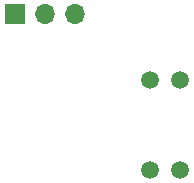
<source format=gbr>
%TF.GenerationSoftware,KiCad,Pcbnew,8.0.3*%
%TF.CreationDate,2024-06-28T16:22:58-06:00*%
%TF.ProjectId,Sensor,53656e73-6f72-42e6-9b69-6361645f7063,rev?*%
%TF.SameCoordinates,Original*%
%TF.FileFunction,Soldermask,Bot*%
%TF.FilePolarity,Negative*%
%FSLAX46Y46*%
G04 Gerber Fmt 4.6, Leading zero omitted, Abs format (unit mm)*
G04 Created by KiCad (PCBNEW 8.0.3) date 2024-06-28 16:22:58*
%MOMM*%
%LPD*%
G01*
G04 APERTURE LIST*
%ADD10R,1.700000X1.700000*%
%ADD11O,1.700000X1.700000*%
%ADD12C,1.500000*%
G04 APERTURE END LIST*
D10*
%TO.C,J1*%
X139700000Y-89662000D03*
D11*
X142240000Y-89662000D03*
X144780000Y-89662000D03*
%TD*%
D12*
%TO.C,OPT1*%
X153737000Y-95247889D03*
X151197000Y-95247889D03*
X151197000Y-102867889D03*
X153737000Y-102867889D03*
%TD*%
M02*

</source>
